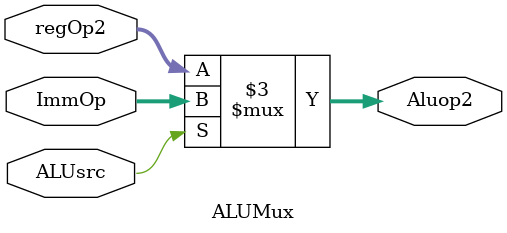
<source format=sv>
module ALUMux (
    input logic [31:0] regOp2,
    input logic [31:0] ImmOp,
    input logic ALUsrc,
    output logic [31:0] Aluop2
);

always_comb begin
        if (ALUsrc) 
            Aluop2=ImmOp;
        else 
            Aluop2=regOp2;
    end

endmodule

</source>
